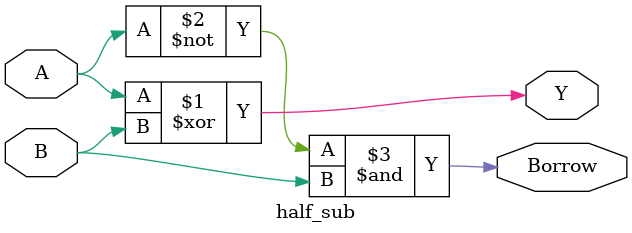
<source format=v>
module half_sub(
    input A, B,
    output Y, Borrow
);

    assign Y = A ^ B;
    assign Borrow = ~A & B;
    
endmodule
</source>
